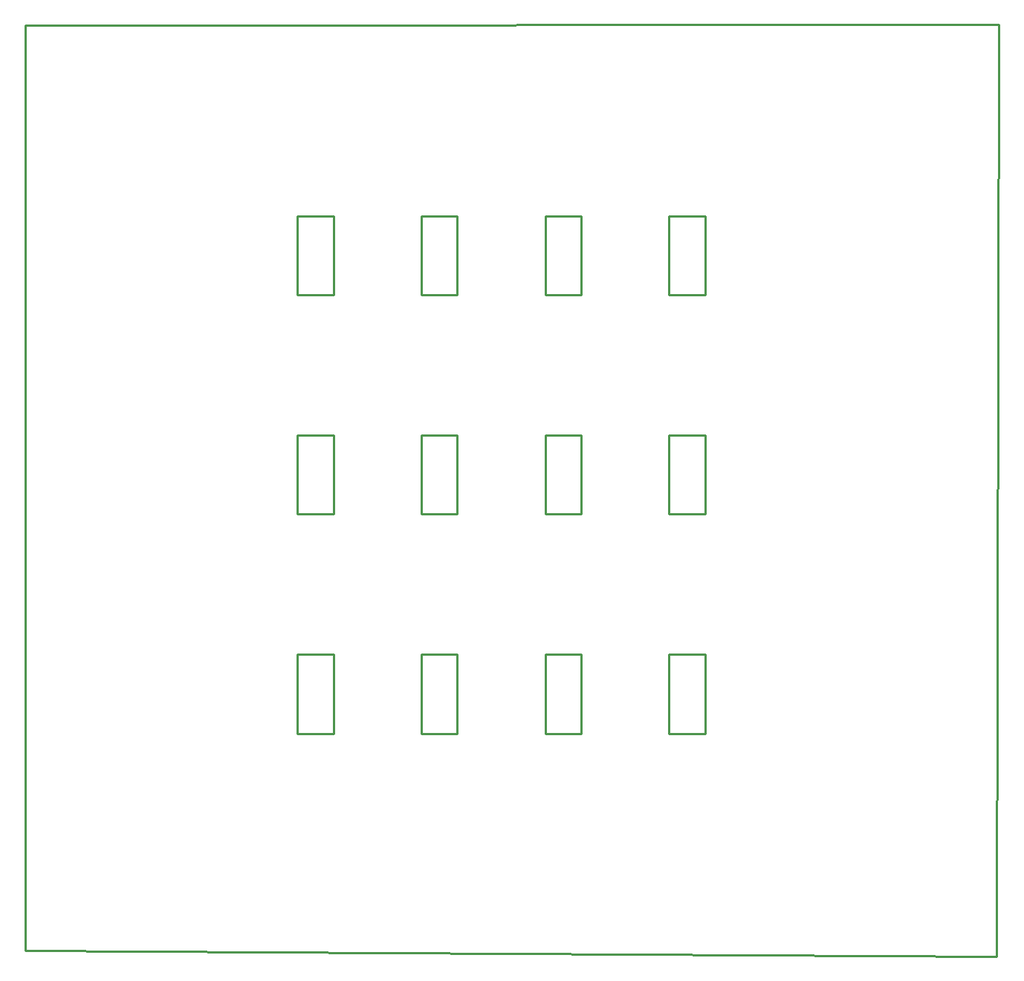
<source format=gbr>
%TF.GenerationSoftware,Altium Limited,Altium Designer,22.0.2 (36)*%
G04 Layer_Color=16711935*
%FSLAX26Y26*%
%MOIN*%
%TF.SameCoordinates,7C2B3453-B62B-4687-BB94-77A5B7653B1A*%
%TF.FilePolarity,Positive*%
%TF.FileFunction,Other,Mechanical_1*%
%TF.Part,CustomerPanel*%
G01*
G75*
%TA.AperFunction,NonConductor*%
%ADD24C,0.010000*%
D24*
X-2140000Y-2119035D02*
X2216361Y-2146753D01*
X-2140000Y2033606D02*
X2226357Y2038217D01*
X2216361Y-2146753D02*
X2226357Y2038217D01*
X-2140000Y2033606D02*
X-2140000Y-2119035D01*
X-758386Y-1145000D02*
Y-790591D01*
X-920000Y-1145000D02*
X-758386D01*
X-920000Y-790591D02*
X-758386D01*
X-920000Y-1145000D02*
Y-790591D01*
X-203071Y-1145000D02*
Y-790591D01*
X-364685Y-1145000D02*
X-203071D01*
X-364685Y-790591D02*
X-203071D01*
X-364685Y-1145000D02*
Y-790591D01*
X352244Y-1145000D02*
Y-790591D01*
X190630Y-1145000D02*
X352244D01*
X190630Y-790591D02*
X352244D01*
X190630Y-1145000D02*
Y-790591D01*
X907559Y-1145000D02*
Y-790591D01*
X745945Y-1145000D02*
X907559D01*
X745945Y-790591D02*
X907559D01*
X745945Y-1145000D02*
Y-790591D01*
X-758386Y-160748D02*
Y193661D01*
X-920000Y-160748D02*
X-758386D01*
X-920000Y193661D02*
X-758386D01*
X-920000Y-160748D02*
Y193661D01*
X-203071Y-160748D02*
Y193661D01*
X-364685Y-160748D02*
X-203071D01*
X-364685Y193661D02*
X-203071D01*
X-364685Y-160748D02*
Y193661D01*
X352244Y-160748D02*
Y193661D01*
X190630Y-160748D02*
X352244D01*
X190630Y193661D02*
X352244D01*
X190630Y-160748D02*
Y193661D01*
X907559Y-160748D02*
Y193661D01*
X745945Y-160748D02*
X907559D01*
X745945Y193661D02*
X907559D01*
X745945Y-160748D02*
Y193661D01*
X-758386Y823504D02*
Y1177914D01*
X-920000Y823504D02*
X-758386D01*
X-920000Y1177914D02*
X-758386D01*
X-920000Y823504D02*
Y1177914D01*
X-203071Y823504D02*
Y1177914D01*
X-364685Y823504D02*
X-203071D01*
X-364685Y1177914D02*
X-203071D01*
X-364685Y823504D02*
Y1177914D01*
X352244Y823504D02*
Y1177914D01*
X190630Y823504D02*
X352244D01*
X190630Y1177914D02*
X352244D01*
X190630Y823504D02*
Y1177914D01*
X907559Y823504D02*
Y1177914D01*
X745945Y823504D02*
X907559D01*
X745945Y1177914D02*
X907559D01*
X745945Y823504D02*
Y1177914D01*
%TF.MD5,86c193261c1662184bb1be9562b82e6d*%
M02*

</source>
